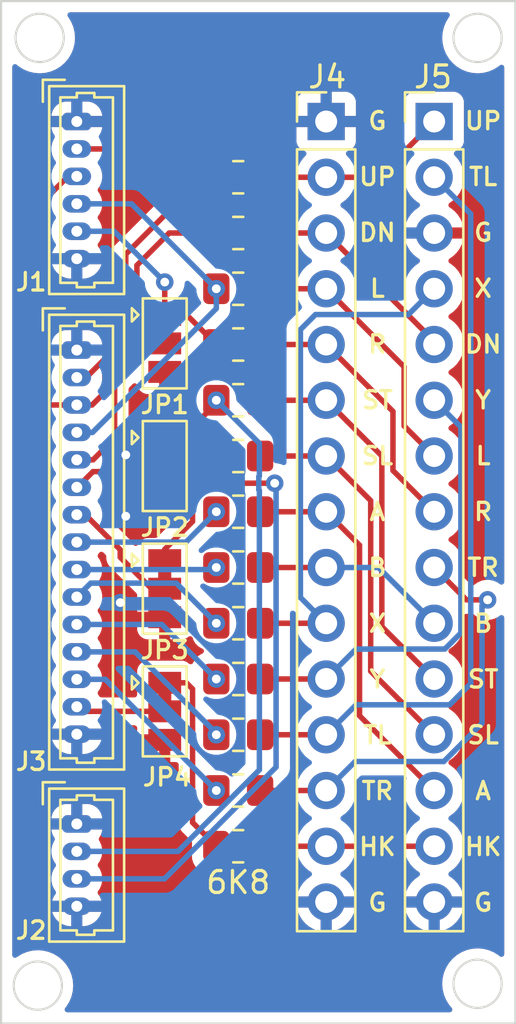
<source format=kicad_pcb>
(kicad_pcb (version 20211014) (generator pcbnew)
  (title_block (title "Raspberry Pie GPIO Input Module") (date "2023-02-07") (rev "1") (company "Amos Home"))
  (layers (0 "F.Cu" signal) (31 "B.Cu" signal) (34 "B.Paste" user) (35 "F.Paste" user) (36 "B.SilkS" user "B.Silkscreen") (37 "F.SilkS" user "F.Silkscreen") (38 "B.Mask" user) (39 "F.Mask" user) (44 "Edge.Cuts" user))
  (net 0 "")
  (net 1 "/GND")
  (net 2 "/UP")
  (net 3 "/DOWN")
  (net 4 "/LEFT")
  (net 5 "/RIGHT")
  (net 6 "/START")
  (net 7 "/SELECT")
  (net 8 "/RIGHT_T")
  (net 9 "/START_T")
  (net 10 "/SELECT_T")
  (net 11 "/A")
  (net 12 "/B")
  (net 13 "/X")
  (net 14 "/Y")
  (net 15 "/TL")
  (net 16 "/TR")
  (net 17 "/HK_T")
  (net 18 "/HK")
  (net 19 "/C_UP")
  (net 20 "/C_DOWN")
  (net 21 "/C_LEFT")
  (net 22 "/C_RIGHT")
  (net 23 "/C_START")
  (net 24 "/C_SELECT")
  (net 25 "/C_A")
  (net 26 "/C_B")
  (net 27 "/C_X")
  (net 28 "/C_Y")
  (net 29 "/C_TL")
  (net 30 "/C_TR")
  (net 31 "/C_HK")
  (footprint "Resistor_SMD:R_0805_2012Metric_Pad1.20x1.40mm_HandSolder" (layer "F.Cu") (at 140.5128 111.0488)
    (fp_text reference "R10" hide)
    (fp_text value "6K8")
    (fp_line (start -0.227064 -0.735) (end 0.227064 -0.735) (layer "F.SilkS") (width 0.12))
    (fp_line (start -0.227064 0.735) (end 0.227064 0.735) (layer "F.SilkS") (width 0.12))
    (pad "1" smd roundrect (at -1 0) (size 1.2 1.4) (layers "F.Cu" "F.Paste" "F.Mask") (roundrect_rratio 0.208333) (net 14 "/Y"))
    (pad "2" smd roundrect (at 1 0) (size 1.2 1.4) (layers "F.Cu" "F.Paste" "F.Mask") (roundrect_rratio 0.208333) (net 28 "/C_Y"))
  )
  (footprint "Resistor_SMD:R_0805_2012Metric_Pad1.20x1.40mm_HandSolder" (layer "F.Cu") (at 140.5128 116.1288)
    (fp_text reference "R12" hide)
    (fp_text value "6K8")
    (fp_line (start -0.227064 -0.735) (end 0.227064 -0.735) (layer "F.SilkS") (width 0.12))
    (fp_line (start -0.227064 0.735) (end 0.227064 0.735) (layer "F.SilkS") (width 0.12))
    (pad "1" smd roundrect (at -1 0) (size 1.2 1.4) (layers "F.Cu" "F.Paste" "F.Mask") (roundrect_rratio 0.208333) (net 16 "/TR"))
    (pad "2" smd roundrect (at 1 0) (size 1.2 1.4) (layers "F.Cu" "F.Paste" "F.Mask") (roundrect_rratio 0.208333) (net 30 "/C_TR"))
  )
  (footprint "Jumper:SolderJumper-3_P1.3mm_Bridged12_Pad1.0x1.5mm" (layer "F.Cu") (at 137.16 101.346 -90)
    (fp_text reference "JP2" (at 2.794 0 180) (layer "F.SilkS") (effects (font (size 0.8 0.8))))
    (fp_text value "SolderJumper_3_Bridged12" hide)
    (fp_poly (pts (xy -0.9 -0.3) (xy -0.4 -0.3) (xy -0.4 0.3) (xy -0.9 0.3)) (layer "F.Cu") (width 0) (fill solid))
    (fp_line (start 2.05 1) (end -2.05 1) (layer "F.SilkS") (width 0.12))
    (fp_line (start -1.3 1.2) (end -1 1.5) (layer "F.SilkS") (width 0.12))
    (fp_line (start -1.6 1.5) (end -1 1.5) (layer "F.SilkS") (width 0.12))
    (fp_line (start -2.05 1) (end -2.05 -1) (layer "F.SilkS") (width 0.12))
    (fp_line (start 2.05 -1) (end 2.05 1) (layer "F.SilkS") (width 0.12))
    (fp_line (start -2.05 -1) (end 2.05 -1) (layer "F.SilkS") (width 0.12))
    (fp_line (start -1.3 1.2) (end -1.6 1.5) (layer "F.SilkS") (width 0.12))
    (pad "1" smd rect (at -1.3 0 270) (size 1 1.5) (layers "F.Cu" "F.Mask") (net 6 "/START"))
    (pad "2" smd rect (at 0 0 270) (size 1 1.5) (layers "F.Cu" "F.Mask") (net 9 "/START_T"))
    (pad "3" smd rect (at 1.3 0 270) (size 1 1.5) (layers "F.Cu" "F.Mask") (net 1 "/GND"))
  )
  (footprint "Connector_PinHeader_2.54mm:PinHeader_1x15_P2.54mm_Vertical" (layer "F.Cu") (at 149.4536 85.6488)
    (fp_text reference "J5" (at -0.0508 -2.032) (layer "F.SilkS"))
    (fp_text value "Conn_01x15_Male" hide)
    (fp_line (start -1.33 1.27) (end -1.33 36.89) (layer "F.SilkS") (width 0.12))
    (fp_line (start -1.33 36.89) (end 1.33 36.89) (layer "F.SilkS") (width 0.12))
    (fp_line (start -1.33 -1.33) (end 0 -1.33) (layer "F.SilkS") (width 0.12))
    (fp_line (start 1.33 1.27) (end 1.33 36.89) (layer "F.SilkS") (width 0.12))
    (fp_line (start -1.33 0) (end -1.33 -1.33) (layer "F.SilkS") (width 0.12))
    (fp_line (start -1.33 1.27) (end 1.33 1.27) (layer "F.SilkS") (width 0.12))
    (pad "1" thru_hole rect (at 0 0) (size 1.7 1.7) (drill 1) (layers *.Cu *.Mask) (net 19 "/C_UP"))
    (pad "2" thru_hole oval (at 0 2.54) (size 1.7 1.7) (drill 1) (layers *.Cu *.Mask) (net 29 "/C_TL"))
    (pad "3" thru_hole oval (at 0 5.08) (size 1.7 1.7) (drill 1) (layers *.Cu *.Mask) (net 1 "/GND"))
    (pad "4" thru_hole oval (at 0 7.62) (size 1.7 1.7) (drill 1) (layers *.Cu *.Mask) (net 27 "/C_X"))
    (pad "5" thru_hole oval (at 0 10.16) (size 1.7 1.7) (drill 1) (layers *.Cu *.Mask) (net 20 "/C_DOWN"))
    (pad "6" thru_hole oval (at 0 12.7) (size 1.7 1.7) (drill 1) (layers *.Cu *.Mask) (net 28 "/C_Y"))
    (pad "7" thru_hole oval (at 0 15.24) (size 1.7 1.7) (drill 1) (layers *.Cu *.Mask) (net 21 "/C_LEFT"))
    (pad "8" thru_hole oval (at 0 17.78) (size 1.7 1.7) (drill 1) (layers *.Cu *.Mask) (net 22 "/C_RIGHT"))
    (pad "9" thru_hole oval (at 0 20.32) (size 1.7 1.7) (drill 1) (layers *.Cu *.Mask) (net 30 "/C_TR"))
    (pad "10" thru_hole oval (at 0 22.86) (size 1.7 1.7) (drill 1) (layers *.Cu *.Mask) (net 26 "/C_B"))
    (pad "11" thru_hole oval (at 0 25.4) (size 1.7 1.7) (drill 1) (layers *.Cu *.Mask) (net 23 "/C_START"))
    (pad "12" thru_hole oval (at 0 27.94) (size 1.7 1.7) (drill 1) (layers *.Cu *.Mask) (net 24 "/C_SELECT"))
    (pad "13" thru_hole oval (at 0 30.48) (size 1.7 1.7) (drill 1) (layers *.Cu *.Mask) (net 25 "/C_A"))
    (pad "14" thru_hole oval (at 0 33.02) (size 1.7 1.7) (drill 1) (layers *.Cu *.Mask) (net 31 "/C_HK"))
    (pad "15" thru_hole oval (at 0 35.56) (size 1.7 1.7) (drill 1) (layers *.Cu *.Mask) (net 1 "/GND"))
  )
  (footprint "Resistor_SMD:R_0805_2012Metric_Pad1.20x1.40mm_HandSolder" (layer "F.Cu") (at 140.5128 118.6688)
    (fp_text reference "R13" hide)
    (fp_text value "6K8" (at 0 1.65) (layer "F.SilkS"))
    (fp_line (start -0.227064 0.735) (end 0.227064 0.735) (layer "F.SilkS") (width 0.12))
    (fp_line (start -0.227064 -0.735) (end 0.227064 -0.735) (layer "F.SilkS") (width 0.12))
    (pad "1" smd roundrect (at -1 0) (size 1.2 1.4) (layers "F.Cu" "F.Paste" "F.Mask") (roundrect_rratio 0.208333) (net 18 "/HK"))
    (pad "2" smd roundrect (at 1 0) (size 1.2 1.4) (layers "F.Cu" "F.Paste" "F.Mask") (roundrect_rratio 0.208333) (net 31 "/C_HK"))
  )
  (footprint "Resistor_SMD:R_0805_2012Metric_Pad1.20x1.40mm_HandSolder" (layer "F.Cu") (at 140.5128 113.5888)
    (fp_text reference "R11" hide)
    (fp_text value "6K8")
    (fp_line (start -0.227064 0.735) (end 0.227064 0.735) (layer "F.SilkS") (width 0.12))
    (fp_line (start -0.227064 -0.735) (end 0.227064 -0.735) (layer "F.SilkS") (width 0.12))
    (pad "1" smd roundrect (at -1 0) (size 1.2 1.4) (layers "F.Cu" "F.Paste" "F.Mask") (roundrect_rratio 0.208333) (net 15 "/TL"))
    (pad "2" smd roundrect (at 1 0) (size 1.2 1.4) (layers "F.Cu" "F.Paste" "F.Mask") (roundrect_rratio 0.208333) (net 29 "/C_TL"))
  )
  (footprint "Resistor_SMD:R_0805_2012Metric_Pad1.20x1.40mm_HandSolder" (layer "F.Cu") (at 140.5128 95.8088)
    (fp_text reference "R4" hide)
    (fp_text value "6K8")
    (fp_line (start -0.227064 -0.735) (end 0.227064 -0.735) (layer "F.SilkS") (width 0.12))
    (fp_line (start -0.227064 0.735) (end 0.227064 0.735) (layer "F.SilkS") (width 0.12))
    (pad "1" smd roundrect (at -1 0) (size 1.2 1.4) (layers "F.Cu" "F.Paste" "F.Mask") (roundrect_rratio 0.208333) (net 5 "/RIGHT"))
    (pad "2" smd roundrect (at 1 0) (size 1.2 1.4) (layers "F.Cu" "F.Paste" "F.Mask") (roundrect_rratio 0.208333) (net 22 "/C_RIGHT"))
  )
  (footprint "Resistor_SMD:R_0805_2012Metric_Pad1.20x1.40mm_HandSolder" (layer "F.Cu") (at 140.5128 108.5088)
    (fp_text reference "R9" hide)
    (fp_text value "6K8")
    (fp_line (start -0.227064 -0.735) (end 0.227064 -0.735) (layer "F.SilkS") (width 0.12))
    (fp_line (start -0.227064 0.735) (end 0.227064 0.735) (layer "F.SilkS") (width 0.12))
    (pad "1" smd roundrect (at -1 0) (size 1.2 1.4) (layers "F.Cu" "F.Paste" "F.Mask") (roundrect_rratio 0.208333) (net 13 "/X"))
    (pad "2" smd roundrect (at 1 0) (size 1.2 1.4) (layers "F.Cu" "F.Paste" "F.Mask") (roundrect_rratio 0.208333) (net 27 "/C_X"))
  )
  (footprint "Resistor_SMD:R_0805_2012Metric_Pad1.20x1.40mm_HandSolder" (layer "F.Cu") (at 140.5128 98.3488)
    (fp_text reference "R5" hide)
    (fp_text value "6K8")
    (fp_line (start -0.227064 -0.735) (end 0.227064 -0.735) (layer "F.SilkS") (width 0.12))
    (fp_line (start -0.227064 0.735) (end 0.227064 0.735) (layer "F.SilkS") (width 0.12))
    (pad "1" smd roundrect (at -1 0) (size 1.2 1.4) (layers "F.Cu" "F.Paste" "F.Mask") (roundrect_rratio 0.208333) (net 6 "/START"))
    (pad "2" smd roundrect (at 1 0) (size 1.2 1.4) (layers "F.Cu" "F.Paste" "F.Mask") (roundrect_rratio 0.208333) (net 23 "/C_START"))
  )
  (footprint "Jumper:SolderJumper-3_P1.3mm_Bridged12_Pad1.0x1.5mm" (layer "F.Cu") (at 137.16 112.522 -90)
    (fp_text reference "JP4" (at 2.9972 -0.1016) (layer "F.SilkS") (effects (font (size 0.8 0.8))))
    (fp_text value "SolderJumper_3_Bridged12" hide)
    (fp_poly (pts (xy -0.9 -0.3) (xy -0.4 -0.3) (xy -0.4 0.3) (xy -0.9 0.3)) (layer "F.Cu") (width 0) (fill solid))
    (fp_line (start 2.05 -1) (end 2.05 1) (layer "F.SilkS") (width 0.12))
    (fp_line (start -1.6 1.5) (end -1 1.5) (layer "F.SilkS") (width 0.12))
    (fp_line (start -1.3 1.2) (end -1 1.5) (layer "F.SilkS") (width 0.12))
    (fp_line (start -1.3 1.2) (end -1.6 1.5) (layer "F.SilkS") (width 0.12))
    (fp_line (start 2.05 1) (end -2.05 1) (layer "F.SilkS") (width 0.12))
    (fp_line (start -2.05 1) (end -2.05 -1) (layer "F.SilkS") (width 0.12))
    (fp_line (start -2.05 -1) (end 2.05 -1) (layer "F.SilkS") (width 0.12))
    (pad "1" smd rect (at -1.3 0 270) (size 1 1.5) (layers "F.Cu" "F.Mask") (net 18 "/HK"))
    (pad "2" smd rect (at 0 0 270) (size 1 1.5) (layers "F.Cu" "F.Mask") (net 17 "/HK_T"))
    (pad "3" smd rect (at 1.3 0 270) (size 1 1.5) (layers "F.Cu" "F.Mask") (net 1 "/GND"))
  )
  (footprint "Resistor_SMD:R_0805_2012Metric_Pad1.20x1.40mm_HandSolder" (layer "F.Cu") (at 140.5128 90.7288)
    (fp_text reference "R2" hide)
    (fp_text value "6K8")
    (fp_line (start -0.227064 -0.735) (end 0.227064 -0.735) (layer "F.SilkS") (width 0.12))
    (fp_line (start -0.227064 0.735) (end 0.227064 0.735) (layer "F.SilkS") (width 0.12))
    (pad "1" smd roundrect (at -1 0) (size 1.2 1.4) (layers "F.Cu" "F.Paste" "F.Mask") (roundrect_rratio 0.208333) (net 3 "/DOWN"))
    (pad "2" smd roundrect (at 1 0) (size 1.2 1.4) (layers "F.Cu" "F.Paste" "F.Mask") (roundrect_rratio 0.208333) (net 20 "/C_DOWN"))
  )
  (footprint "Connector_Molex:Molex_PicoBlade_53047-0610_1x06_P1.25mm_Vertical" (layer "F.Cu") (at 133.1468 85.6488 -90)
    (fp_text reference "J1" (at 7.3152 2.0828 180) (layer "F.SilkS") (effects (font (size 0.8 0.8))))
    (fp_text value "Conn_01x06" hide)
    (fp_line (start 7.35 -0.8) (end 7.35 -1.65) (layer "F.SilkS") (width 0.12))
    (fp_line (start -1.1 -1.65) (end 3.125 -1.65) (layer "F.SilkS") (width 0.12))
    (fp_line (start -1.9 1.55) (end -0.9 1.55) (layer "F.SilkS") (width 0.12))
    (fp_line (start 7.86 -2.16) (end -1.61 -2.16) (layer "F.SilkS") (width 0.12))
    (fp_line (start -1.1 -0.8) (end -1.1 -1.65) (layer "F.SilkS") (width 0.12))
    (fp_line (start -1.9 1.55) (end -1.9 0.55) (layer "F.SilkS") (width 0.12))
    (fp_line (start 3.125 0.75) (end 7.35 0.75) (layer "F.SilkS") (width 0.12))
    (fp_line (start -1.1 0.75) (end -1.1 0) (layer "F.SilkS") (width 0.12))
    (fp_line (start 7.86 1.26) (end 7.86 -2.16) (layer "F.SilkS") (width 0.12))
    (fp_line (start 7.35 -1.65) (end 3.125 -1.65) (layer "F.SilkS") (width 0.12))
    (fp_line (start 3.125 0.75) (end -1.1 0.75) (layer "F.SilkS") (width 0.12))
    (fp_line (start -1.3 -0.8) (end -1.1 -0.8) (layer "F.SilkS") (width 0.12))
    (fp_line (start -1.1 0) (end -1.3 0) (layer "F.SilkS") (width 0.12))
    (fp_line (start 7.55 0) (end 7.55 -0.8) (layer "F.SilkS") (width 0.12))
    (fp_line (start -1.61 -2.16) (end -1.61 1.26) (layer "F.SilkS") (width 0.12))
    (fp_line (start 7.35 0.75) (end 7.35 0) (layer "F.SilkS") (width 0.12))
    (fp_line (start 7.35 0) (end 7.55 0) (layer "F.SilkS") (width 0.12))
    (fp_line (start -1.61 1.26) (end 7.86 1.26) (layer "F.SilkS") (width 0.12))
    (fp_line (start 7.55 -0.8) (end 7.35 -0.8) (layer "F.SilkS") (width 0.12))
    (fp_line (start -1.3 0) (end -1.3 -0.8) (layer "F.SilkS") (width 0.12))
    (pad "1" thru_hole roundrect (at 0 0 270) (size 0.8 1.3) (drill 0.5) (layers *.Cu *.Mask) (net 1 "/GND"))
    (pad "2" thru_hole oval (at 1.25 0 270) (size 0.8 1.3) (drill 0.5) (layers *.Cu *.Mask) (net 2 "/UP"))
    (pad "3" thru_hole oval (at 2.5 0 270) (size 0.8 1.3) (drill 0.5) (layers *.Cu *.Mask) (net 3 "/DOWN"))
    (pad "4" thru_hole oval (at 3.75 0 270) (size 0.8 1.3) (drill 0.5) (layers *.Cu *.Mask) (net 4 "/LEFT"))
    (pad "5" thru_hole oval (at 5 0 270) (size 0.8 1.3) (drill 0.5) (layers *.Cu *.Mask) (net 5 "/RIGHT"))
    (pad "6" thru_hole oval (at 6.25 0 270) (size 0.8 1.3) (drill 0.5) (layers *.Cu *.Mask) (net 1 "/GND"))
  )
  (footprint "Resistor_SMD:R_0805_2012Metric_Pad1.20x1.40mm_HandSolder" (layer "F.Cu") (at 140.5128 105.9688)
    (fp_text reference "R8" hide)
    (fp_text value "6K8")
    (fp_line (start -0.227064 -0.735) (end 0.227064 -0.735) (layer "F.SilkS") (width 0.12))
    (fp_line (start -0.227064 0.735) (end 0.227064 0.735) (layer "F.SilkS") (width 0.12))
    (pad "1" smd roundrect (at -1 0) (size 1.2 1.4) (layers "F.Cu" "F.Paste" "F.Mask") (roundrect_rratio 0.208333) (net 12 "/B"))
    (pad "2" smd roundrect (at 1 0) (size 1.2 1.4) (layers "F.Cu" "F.Paste" "F.Mask") (roundrect_rratio 0.208333) (net 26 "/C_B"))
  )
  (footprint "Resistor_SMD:R_0805_2012Metric_Pad1.20x1.40mm_HandSolder" (layer "F.Cu") (at 140.5128 93.2688)
    (fp_text reference "R3" hide)
    (fp_text value "6K8")
    (fp_line (start -0.227064 0.735) (end 0.227064 0.735) (layer "F.SilkS") (width 0.12))
    (fp_line (start -0.227064 -0.735) (end 0.227064 -0.735) (layer "F.SilkS") (width 0.12))
    (pad "1" smd roundrect (at -1 0) (size 1.2 1.4) (layers "F.Cu" "F.Paste" "F.Mask") (roundrect_rratio 0.208333) (net 4 "/LEFT"))
    (pad "2" smd roundrect (at 1 0) (size 1.2 1.4) (layers "F.Cu" "F.Paste" "F.Mask") (roundrect_rratio 0.208333) (net 21 "/C_LEFT"))
  )
  (footprint "Connector_Molex:Molex_PicoBlade_53047-1510_1x15_P1.25mm_Vertical" (layer "F.Cu") (at 133.1468 96.0628 -90)
    (fp_text reference "J3" (at 18.7452 2.0828 180) (layer "F.SilkS") (effects (font (size 0.8 0.8))))
    (fp_text value "Conn_01x15" hide)
    (fp_line (start 19.11 1.26) (end 19.11 -2.16) (layer "F.SilkS") (width 0.12))
    (fp_line (start -1.3 0) (end -1.3 -0.8) (layer "F.SilkS") (width 0.12))
    (fp_line (start 18.6 -1.65) (end 8.75 -1.65) (layer "F.SilkS") (width 0.12))
    (fp_line (start 8.75 0.75) (end 18.6 0.75) (layer "F.SilkS") (width 0.12))
    (fp_line (start 18.8 0) (end 18.8 -0.8) (layer "F.SilkS") (width 0.12))
    (fp_line (start 8.75 0.75) (end -1.1 0.75) (layer "F.SilkS") (width 0.12))
    (fp_line (start 18.6 0) (end 18.8 0) (layer "F.SilkS") (width 0.12))
    (fp_line (start -1.9 1.55) (end -0.9 1.55) (layer "F.SilkS") (width 0.12))
    (fp_line (start -1.9 1.55) (end -1.9 0.55) (layer "F.SilkS") (width 0.12))
    (fp_line (start -1.3 -0.8) (end -1.1 -0.8) (layer "F.SilkS") (width 0.12))
    (fp_line (start -1.1 0.75) (end -1.1 0) (layer "F.SilkS") (width 0.12))
    (fp_line (start 18.6 0.75) (end 18.6 0) (layer "F.SilkS") (width 0.12))
    (fp_line (start -1.1 -1.65) (end 8.75 -1.65) (layer "F.SilkS") (width 0.12))
    (fp_line (start 18.6 -0.8) (end 18.6 -1.65) (layer "F.SilkS") (width 0.12))
    (fp_line (start 18.8 -0.8) (end 18.6 -0.8) (layer "F.SilkS") (width 0.12))
    (fp_line (start -1.1 0) (end -1.3 0) (layer "F.SilkS") (width 0.12))
    (fp_line (start -1.61 -2.16) (end -1.61 1.26) (layer "F.SilkS") (width 0.12))
    (fp_line (start -1.1 -0.8) (end -1.1 -1.65) (layer "F.SilkS") (width 0.12))
    (fp_line (start -1.61 1.26) (end 19.11 1.26) (layer "F.SilkS") (width 0.12))
    (fp_line (start 19.11 -2.16) (end -1.61 -2.16) (layer "F.SilkS") (width 0.12))
    (pad "1" thru_hole roundrect (at 0 0 270) (size 0.8 1.3) (drill 0.5) (layers *.Cu *.Mask) (net 1 "/GND"))
    (pad "2" thru_hole oval (at 1.25 0 270) (size 0.8 1.3) (drill 0.5) (layers *.Cu *.Mask) (net 2 "/UP"))
    (pad "3" thru_hole oval (at 2.5 0 270) (size 0.8 1.3) (drill 0.5) (layers *.Cu *.Mask) (net 3 "/DOWN"))
    (pad "4" thru_hole oval (at 3.75 0 270) (size 0.8 1.3) (drill 0.5) (layers *.Cu *.Mask) (net 4 "/LEFT"))
    (pad "5" thru_hole oval (at 5 0 270) (size 0.8 1.3) (drill 0.5) (layers *.Cu *.Mask) (net 8 "/RIGHT_T"))
    (pad "6" thru_hole oval (at 6.25 0 270) (size 0.8 1.3) (drill 0.5) (layers *.Cu *.Mask) (net 9 "/START_T"))
    (pad "7" thru_hole oval (at 7.5 0 270) (size 0.8 1.3) (drill 0.5) (layers *.Cu *.Mask) (net 10 "/SELECT_T"))
    (pad "8" thru_hole oval (at 8.75 0 270) (size 0.8 1.3) (drill 0.5) (layers *.Cu *.Mask) (net 11 "/A"))
    (pad "9" thru_hole oval (at 10 0 270) (size 0.8 1.3) (drill 0.5) (layers *.Cu *.Mask) (net 12 "/B"))
    (pad "10" thru_hole oval (at 11.25 0 270) (size 0.8 1.3) (drill 0.5) (layers *.Cu *.Mask) (net 13 "/X"))
    (pad "11" thru_hole oval (at 12.5 0 270) (size 0.8 1.3) (drill 0.5) (layers *.Cu *.Mask) (net 14 "/Y"))
    (pad "12" thru_hole oval (at 13.75 0 270) (size 0.8 1.3) (drill 0.5) (layers *.Cu *.Mask) (net 15 "/TL"))
    (pad "13" thru_hole oval (at 15 0 270) (size 0.8 1.3) (drill 0.5) (layers *.Cu *.Mask) (net 16 "/TR"))
    (pad "14" thru_hole oval (at 16.25 0 270) (size 0.8 1.3) (drill 0.5) (layers *.Cu *.Mask) (net 17 "/HK_T"))
    (pad "15" thru_hole oval (at 17.5 0 270) (size 0.8 1.3) (drill 0.5) (layers *.Cu *.Mask) (net 1 "/GND"))
  )
  (footprint "Jumper:SolderJumper-3_P1.3mm_Bridged12_Pad1.0x1.5mm" (layer "F.Cu") (at 137.16 95.758 -90)
    (fp_text reference "JP1" (at 2.794 0 180) (layer "F.SilkS") (effects (font (size 0.8 0.8))))
    (fp_text value "SolderJumper_3_Bridged12" hide)
    (fp_poly (pts (xy -0.9 -0.3) (xy -0.4 -0.3) (xy -0.4 0.3) (xy -0.9 0.3)) (layer "F.Cu") (width 0) (fill solid))
    (fp_line (start -2.05 1) (end -2.05 -1) (layer "F.SilkS") (width 0.12))
    (fp_line (start -1.3 1.2) (end -1 1.5) (layer "F.SilkS") (width 0.12))
    (fp_line (start 2.05 -1) (end 2.05 1) (layer "F.SilkS") (width 0.12))
    (fp_line (start -2.05 -1) (end 2.05 -1) (layer "F.SilkS") (width 0.12))
    (fp_line (start -1.6 1.5) (end -1 1.5) (layer "F.SilkS") (width 0.12))
    (fp_line (start -1.3 1.2) (end -1.6 1.5) (layer "F.SilkS") (width 0.12))
    (fp_line (start 2.05 1) (end -2.05 1) (layer "F.SilkS") (width 0.12))
    (pad "1" smd rect (at -1.3 0 270) (size 1 1.5) (layers "F.Cu" "F.Mask") (net 5 "/RIGHT"))
    (pad "2" smd rect (at 0 0 270) (size 1 1.5) (layers "F.Cu" "F.Mask") (net 8 "/RIGHT_T"))
    (pad "3" smd rect (at 1.3 0 270) (size 1 1.5) (layers "F.Cu" "F.Mask") (net 1 "/GND"))
  )
  (footprint "Connector_PinHeader_2.54mm:PinHeader_1x15_P2.54mm_Vertical" (layer "F.Cu") (at 144.526 85.6488)
    (fp_text reference "J4" (at 0.0508 -2.032) (layer "F.SilkS"))
    (fp_text value "Conn_01x15_Male" hide)
    (fp_line (start -1.33 -1.33) (end 0 -1.33) (layer "F.SilkS") (width 0.12))
    (fp_line (start -1.33 0) (end -1.33 -1.33) (layer "F.SilkS") (width 0.12))
    (fp_line (start -1.33 36.89) (end 1.33 36.89) (layer "F.SilkS") (width 0.12))
    (fp_line (start -1.33 1.27) (end -1.33 36.89) (layer "F.SilkS") (width 0.12))
    (fp_line (start -1.33 1.27) (end 1.33 1.27) (layer "F.SilkS") (width 0.12))
    (fp_line (start 1.33 1.27) (end 1.33 36.89) (layer "F.SilkS") (width 0.12))
    (pad "1" thru_hole rect (at 0 0) (size 1.7 1.7) (drill 1) (layers *.Cu *.Mask) (net 1 "/GND"))
    (pad "2" thru_hole oval (at 0 2.54) (size 1.7 1.7) (drill 1) (layers *.Cu *.Mask) (net 19 "/C_UP"))
    (pad "3" thru_hole oval (at 0 5.08) (size 1.7 1.7) (drill 1) (layers *.Cu *.Mask) (net 20 "/C_DOWN"))
    (pad "4" thru_hole oval (at 0 7.62) (size 1.7 1.7) (drill 1) (layers *.Cu *.Mask) (net 21 "/C_LEFT"))
    (pad "5" thru_hole oval (at 0 10.16) (size 1.7 1.7) (drill 1) (layers *.Cu *.Mask) (net 22 "/C_RIGHT"))
    (pad "6" thru_hole oval (at 0 12.7) (size 1.7 1.7) (drill 1) (layers *.Cu *.Mask) (net 23 "/C_START"))
    (pad "7" thru_hole oval (at 0 15.24) (size 1.7 1.7) (drill 1) (layers *.Cu *.Mask) (net 24 "/C_SELECT"))
    (pad "8" thru_hole oval (at 0 17.78) (size 1.7 1.7) (drill 1) (layers *.Cu *.Mask) (net 25 "/C_A"))
    (pad "9" thru_hole oval (at 0 20.32) (size 1.7 1.7) (drill 1) (layers *.Cu *.Mask) (net 26 "/C_B"))
    (pad "10" thru_hole oval (at 0 22.86) (size 1.7 1.7) (drill 1) (layers *.Cu *.Mask) (net 27 "/C_X"))
    (pad "11" thru_hole oval (at 0 25.4) (size 1.7 1.7) (drill 1) (layers *.Cu *.Mask) (net 28 "/C_Y"))
    (pad "12" thru_hole oval (at 0 27.94) (size 1.7 1.7) (drill 1) (layers *.Cu *.Mask) (net 29 "/C_TL"))
    (pad "13" thru_hole oval (at 0 30.48) (size 1.7 1.7) (drill 1) (layers *.Cu *.Mask) (net 30 "/C_TR"))
    (pad "14" thru_hole oval (at 0 33.02) (size 1.7 1.7) (drill 1) (layers *.Cu *.Mask) (net 31 "/C_HK"))
    (pad "15" thru_hole oval (at 0 35.56) (size 1.7 1.7) (drill 1) (layers *.Cu *.Mask) (net 1 "/GND"))
  )
  (footprint "Jumper:SolderJumper-3_P1.3mm_Bridged12_Pad1.0x1.5mm" (layer "F.Cu") (at 137.16 106.934 -90)
    (fp_text reference "JP3" (at 2.794 0 180) (layer "F.SilkS") (effects (font (size 0.8 0.8))))
    (fp_text value "SolderJumper_3_Bridged12" hide)
    (fp_poly (pts (xy -0.9 -0.3) (xy -0.4 -0.3) (xy -0.4 0.3) (xy -0.9 0.3)) (layer "F.Cu") (width 0) (fill solid))
    (fp_line (start -2.05 1) (end -2.05 -1) (layer "F.SilkS") (width 0.12))
    (fp_line (start 2.05 1) (end -2.05 1) (layer "F.SilkS") (width 0.12))
    (fp_line (start -1.3 1.2) (end -1.6 1.5) (layer "F.SilkS") (width 0.12))
    (fp_line (start -1.3 1.2) (end -1 1.5) (layer "F.SilkS") (width 0.12))
    (fp_line (start -2.05 -1) (end 2.05 -1) (layer "F.SilkS") (width 0.12))
    (fp_line (start 2.05 -1) (end 2.05 1) (layer "F.SilkS") (width 0.12))
    (fp_line (start -1.6 1.5) (end -1 1.5) (layer "F.SilkS") (width 0.12))
    (pad "1" smd rect (at -1.3 0 270) (size 1 1.5) (layers "F.Cu" "F.Mask") (net 7 "/SELECT"))
    (pad "2" smd rect (at 0 0 270) (size 1 1.5) (layers "F.Cu" "F.Mask") (net 10 "/SELECT_T"))
    (pad "3" smd rect (at 1.3 0 270) (size 1 1.5) (layers "F.Cu" "F.Mask") (net 1 "/GND"))
  )
  (footprint "Connector_Molex:Molex_PicoBlade_53047-0410_1x04_P1.25mm_Vertical" (layer "F.Cu") (at 133.1468 117.6528 -90)
    (fp_text reference "J2" (at 4.85 2.0828 180) (layer "F.SilkS") (effects (font (size 0.8 0.8))))
    (fp_text value "Conn_01x04" hide)
    (fp_line (start 5.36 -2.16) (end -1.61 -2.16) (layer "F.SilkS") (width 0.12))
    (fp_line (start -1.1 -1.65) (end 1.875 -1.65) (layer "F.SilkS") (width 0.12))
    (fp_line (start 4.85 -0.8) (end 4.85 -1.65) (layer "F.SilkS") (width 0.12))
    (fp_line (start -1.9 1.55) (end -0.9 1.55) (layer "F.SilkS") (width 0.12))
    (fp_line (start -1.61 1.26) (end 5.36 1.26) (layer "F.SilkS") (width 0.12))
    (fp_line (start -1.3 0) (end -1.3 -0.8) (layer "F.SilkS") (width 0.12))
    (fp_line (start -1.1 0) (end -1.3 0) (layer "F.SilkS") (width 0.12))
    (fp_line (start 4.85 0.75) (end 4.85 0) (layer "F.SilkS") (width 0.12))
    (fp_line (start 5.05 0) (end 5.05 -0.8) (layer "F.SilkS") (width 0.12))
    (fp_line (start -1.1 0.75) (end -1.1 0) (layer "F.SilkS") (width 0.12))
    (fp_line (start -1.61 -2.16) (end -1.61 1.26) (layer "F.SilkS") (width 0.12))
    (fp_line (start 1.875 0.75) (end 4.85 0.75) (layer "F.SilkS") (width 0.12))
    (fp_line (start 4.85 0) (end 5.05 0) (layer "F.SilkS") (width 0.12))
    (fp_line (start 1.875 0.75) (end -1.1 0.75) (layer "F.SilkS") (width 0.12))
    (fp_line (start 5.05 -0.8) (end 4.85 -0.8) (layer "F.SilkS") (width 0.12))
    (fp_line (start -1.3 -0.8) (end -1.1 -0.8) (layer "F.SilkS") (width 0.12))
    (fp_line (start 5.36 1.26) (end 5.36 -2.16) (layer "F.SilkS") (width 0.12))
    (fp_line (start -1.1 -0.8) (end -1.1 -1.65) (layer "F.SilkS") (width 0.12))
    (fp_line (start -1.9 1.55) (end -1.9 0.55) (layer "F.SilkS") (width 0.12))
    (fp_line (start 4.85 -1.65) (end 1.875 -1.65) (layer "F.SilkS") (width 0.12))
    (pad "1" thru_hole roundrect (at 0 0 270) (size 0.8 1.3) (drill 0.5) (layers *.Cu *.Mask) (net 1 "/GND"))
    (pad "2" thru_hole oval (at 1.25 0 270) (size 0.8 1.3) (drill 0.5) (layers *.Cu *.Mask) (net 6 "/START"))
    (pad "3" thru_hole oval (at 2.5 0 270) (size 0.8 1.3) (drill 0.5) (layers *.Cu *.Mask) (net 7 "/SELECT"))
    (pad "4" thru_hole oval (at 3.75 0 270) (size 0.8 1.3) (drill 0.5) (layers *.Cu *.Mask) (net 1 "/GND"))
  )
  (footprint "Resistor_SMD:R_0805_2012Metric_Pad1.20x1.40mm_HandSolder" (layer "F.Cu") (at 140.5128 103.4288)
    (fp_text reference "R7" hide)
    (fp_text value "6K8")
    (fp_line (start -0.227064 -0.735) (end 0.227064 -0.735) (layer "F.SilkS") (width 0.12))
    (fp_line (start -0.227064 0.735) (end 0.227064 0.735) (layer "F.SilkS") (width 0.12))
    (pad "1" smd roundrect (at -1 0) (size 1.2 1.4) (layers "F.Cu" "F.Paste" "F.Mask") (roundrect_rratio 0.208333) (net 11 "/A"))
    (pad "2" smd roundrect (at 1 0) (size 1.2 1.4) (layers "F.Cu" "F.Paste" "F.Mask") (roundrect_rratio 0.208333) (net 25 "/C_A"))
  )
  (footprint "Resistor_SMD:R_0805_2012Metric_Pad1.20x1.40mm_HandSolder" (layer "F.Cu") (at 140.5128 100.8888)
    (fp_text reference "R6" hide)
    (fp_text value "6K8")
    (fp_line (start -0.227064 -0.735) (end 0.227064 -0.735) (layer "F.SilkS") (width 0.12))
    (fp_line (start -0.227064 0.735) (end 0.227064 0.735) (layer "F.SilkS") (width 0.12))
    (pad "1" smd roundrect (at -1 0) (size 1.2 1.4) (layers "F.Cu" "F.Paste" "F.Mask") (roundrect_rratio 0.208333) (net 7 "/SELECT"))
    (pad "2" smd roundrect (at 1 0) (size 1.2 1.4) (layers "F.Cu" "F.Paste" "F.Mask") (roundrect_rratio 0.208333) (net 24 "/C_SELECT"))
  )
  (footprint "Resistor_SMD:R_0805_2012Metric_Pad1.20x1.40mm_HandSolder" (layer "F.Cu") (at 140.5128 88.1888)
    (fp_text reference "R1" hide)
    (fp_text value "6K8")
    (fp_line (start -0.227064 0.735) (end 0.227064 0.735) (layer "F.SilkS") (width 0.12))
    (fp_line (start -0.227064 -0.735) (end 0.227064 -0.735) (layer "F.SilkS") (width 0.12))
    (pad "1" smd roundrect (at -1 0) (size 1.2 1.4) (layers "F.Cu" "F.Paste" "F.Mask") (roundrect_rratio 0.208333) (net 2 "/UP"))
    (pad "2" smd roundrect (at 1 0) (size 1.2 1.4) (layers "F.Cu" "F.Paste" "F.Mask") (roundrect_rratio 0.208333) (net 19 "/C_UP"))
  )
  (gr_circle (center 131.3688 125.0188) (end 132.4688 125.0188) (layer "Edge.Cuts") (width 0.1) (fill none))
  (gr_circle (center 131.4528 81.8388) (end 132.5528 81.8388) (layer "Edge.Cuts") (width 0.1) (fill none))
  (gr_circle (center 151.4348 124.9348) (end 152.5348 124.9348) (layer "Edge.Cuts") (width 0.1) (fill none))
  (gr_rect (start 129.6924 80.1624) (end 153.162 126.746) (layer "Edge.Cuts") (width 0.1) (fill none))
  (gr_circle (center 151.4348 81.8388) (end 152.5348 81.8388) (layer "Edge.Cuts") (width 0.1) (fill none))
  (gr_text "UP\n\nTL\n\nG\n\nX\n\nDN\n\nY\n\nL\n\nR\n\nTR\n\nB\n\nST\n\nSL\n\nA\n\nHK\n\nG" (at 151.6888 103.4288) (layer "F.SilkS") (effects (font (size 0.79 0.8))))
  (gr_text "G\n\nUP\n\nDN\n\nL\n\nR\n\nST\n\nSL\n\nA\n\nB\n\nX\n\nY\n\nTL\n\nTR\n\nHK\n\nG" (at 146.8628 103.4288) (layer "F.SilkS") (effects (font (size 0.79 0.8))))
  (via (at 135.382 100.838) (size 0.8) (drill 0.4) (layers "F.Cu" "B.Cu") (net 1))
  (via (at 135.128 107.569) (size 0.8) (drill 0.4) (layers "F.Cu" "B.Cu") (net 1))
  (via (at 135.382 103.632) (size 0.8) (drill 0.4) (layers "F.Cu" "B.Cu") (net 1))
  (segment (start 135.382 95.504) (end 135.382 91.694) (width 0.25) (layer "F.Cu") (net 2))
  (segment (start 139.5128 88.1888) (end 138.2228 86.8988) (width 0.25) (layer "F.Cu") (net 2))
  (segment (start 133.1468 97.3128) (end 133.5732 97.3128) (width 0.25) (layer "F.Cu") (net 2))
  (segment (start 133.5732 97.3128) (end 135.382 95.504) (width 0.25) (layer "F.Cu") (net 2))
  (segment (start 138.8872 88.1888) (end 139.5128 88.1888) (width 0.25) (layer "F.Cu") (net 2))
  (segment (start 135.382 91.694) (end 138.8872 88.1888) (width 0.25) (layer "F.Cu") (net 2))
  (segment (start 138.2228 86.8988) (end 133.1468 86.8988) (width 0.25) (layer "F.Cu") (net 2))
  (segment (start 132.7468 88.1488) (end 131.3688 89.5268) (width 0.25) (layer "F.Cu") (net 3))
  (segment (start 133.1468 98.5628) (end 133.8472 98.5628) (width 0.25) (layer "F.Cu") (net 3))
  (segment (start 131.3688 89.5268) (end 131.3688 98.0948) (width 0.25) (layer "F.Cu") (net 3))
  (segment (start 133.8472 98.5628) (end 134.424 97.986) (width 0.25) (layer "F.Cu") (net 3))
  (segment (start 135.89 95.758) (end 135.89 92.202) (width 0.25) (layer "F.Cu") (net 3))
  (segment (start 137.3632 90.7288) (end 139.5128 90.7288) (width 0.25) (layer "F.Cu") (net 3))
  (segment (start 135.89 92.202) (end 137.3632 90.7288) (width 0.25) (layer "F.Cu") (net 3))
  (segment (start 131.8368 98.5628) (end 133.1468 98.5628) (width 0.25) (layer "F.Cu") (net 3))
  (segment (start 134.424 97.224) (end 135.89 95.758) (width 0.25) (layer "F.Cu") (net 3))
  (segment (start 131.3688 98.0948) (end 131.8368 98.5628) (width 0.25) (layer "F.Cu") (net 3))
  (segment (start 134.424 97.986) (end 134.424 97.224) (width 0.25) (layer "F.Cu") (net 3))
  (segment (start 133.1468 88.1488) (end 132.7468 88.1488) (width 0.25) (layer "F.Cu") (net 3))
  (via (at 139.5128 93.2688) (size 0.8) (drill 0.4) (layers "F.Cu" "B.Cu") (net 4))
  (segment (start 135.6428 89.3988) (end 133.1468 89.3988) (width 0.25) (layer "B.Cu") (net 4))
  (segment (start 139.5128 94.1672) (end 133.8672 99.8128) (width 0.25) (layer "B.Cu") (net 4))
  (segment (start 139.5128 93.2688) (end 139.5128 94.1672) (width 0.25) (layer "B.Cu") (net 4))
  (segment (start 139.5128 93.2688) (end 135.6428 89.3988) (width 0.25) (layer "B.Cu") (net 4))
  (segment (start 133.8672 99.8128) (end 133.1468 99.8128) (width 0.25) (layer "B.Cu") (net 4))
  (segment (start 137.16 94.458) (end 138.162 94.458) (width 0.25) (layer "F.Cu") (net 5))
  (segment (start 137.16 92.964) (end 137.16 94.458) (width 0.25) (layer "F.Cu") (net 5))
  (segment (start 138.162 94.458) (end 139.5128 95.8088) (width 0.25) (layer "F.Cu") (net 5))
  (via (at 137.16 92.964) (size 0.8) (drill 0.4) (layers "F.Cu" "B.Cu") (net 5))
  (segment (start 134.8448 90.6488) (end 133.1468 90.6488) (width 0.25) (layer "B.Cu") (net 5))
  (segment (start 137.16 92.964) (end 134.8448 90.6488) (width 0.25) (layer "B.Cu") (net 5))
  (segment (start 139.5128 98.4852) (end 139.5128 98.3488) (width 0.25) (layer "F.Cu") (net 6))
  (segment (start 137.16 100.046) (end 137.952 100.046) (width 0.25) (layer "F.Cu") (net 6))
  (segment (start 137.952 100.046) (end 139.5128 98.4852) (width 0.25) (layer "F.Cu") (net 6))
  (via (at 139.5128 98.3488) (size 0.8) (drill 0.4) (layers "F.Cu" "B.Cu") (net 6))
  (segment (start 133.1468 118.9028) (end 137.764105 118.9028) (width 0.25) (layer "B.Cu") (net 6))
  (segment (start 141.4515 101.827953) (end 141.478 101.801453) (width 0.25) (layer "B.Cu") (net 6))
  (segment (start 141.478 100.314) (end 139.5128 98.3488) (width 0.25) (layer "B.Cu") (net 6))
  (segment (start 137.764105 118.9028) (end 141.478 115.188905) (width 0.25) (layer "B.Cu") (net 6))
  (segment (start 141.478 115.188905) (end 141.478 102.455063) (width 0.25) (layer "B.Cu") (net 6))
  (segment (start 141.478 101.801453) (end 141.478 100.314) (width 0.25) (layer "B.Cu") (net 6))
  (segment (start 141.478 102.455063) (end 141.4515 102.428563) (width 0.25) (layer "B.Cu") (net 6))
  (segment (start 141.4515 102.428563) (end 141.4515 101.827953) (width 0.25) (layer "B.Cu") (net 6))
  (segment (start 138.43 103.871) (end 138.43 101.9716) (width 0.25) (layer "F.Cu") (net 7))
  (segment (start 140.752258 102.128258) (end 139.5128 100.8888) (width 0.25) (layer "F.Cu") (net 7))
  (segment (start 137.16 105.634) (end 137.16 105.141) (width 0.25) (layer "F.Cu") (net 7))
  (segment (start 138.43 101.9716) (end 139.5128 100.8888) (width 0.25) (layer "F.Cu") (net 7))
  (segment (start 142.1765 102.128258) (end 140.752258 102.128258) (width 0.25) (layer "F.Cu") (net 7))
  (segment (start 137.16 105.141) (end 138.43 103.871) (width 0.25) (layer "F.Cu") (net 7))
  (via (at 142.1765 102.128258) (size 0.8) (drill 0.4) (layers "F.Cu" "B.Cu") (net 7))
  (segment (start 142.1765 102.128258) (end 142.24 102.191758) (width 0.25) (layer "B.Cu") (net 7))
  (segment (start 137.150501 120.1528) (end 133.1468 120.1528) (width 0.25) (layer "B.Cu") (net 7))
  (segment (start 142.24 115.063301) (end 137.150501 120.1528) (width 0.25) (layer "B.Cu") (net 7))
  (segment (start 142.24 102.191758) (end 142.24 115.063301) (width 0.25) (layer "B.Cu") (net 7))
  (segment (start 134.874 100.076) (end 133.8872 101.0628) (width 0.25) (layer "F.Cu") (net 8))
  (segment (start 134.874 97.536) (end 134.874 100.076) (width 0.25) (layer "F.Cu") (net 8))
  (segment (start 133.8872 101.0628) (end 133.1468 101.0628) (width 0.25) (layer "F.Cu") (net 8))
  (segment (start 137.16 95.758) (end 136.652 95.758) (width 0.25) (layer "F.Cu") (net 8))
  (segment (start 136.652 95.758) (end 134.874 97.536) (width 0.25) (layer "F.Cu") (net 8))
  (segment (start 133.884905 101.6) (end 136.906 101.6) (width 0.25) (layer "F.Cu") (net 9))
  (segment (start 136.906 101.6) (end 137.16 101.346) (width 0.25) (layer "F.Cu") (net 9))
  (segment (start 133.1468 102.3128) (end 133.172105 102.3128) (width 0.25) (layer "F.Cu") (net 9))
  (segment (start 133.172105 102.3128) (end 133.884905 101.6) (width 0.25) (layer "F.Cu") (net 9))
  (segment (start 133.5348 103.5628) (end 135.128 105.156) (width 0.25) (layer "F.Cu") (net 10))
  (segment (start 136.56 106.934) (end 137.16 106.934) (width 0.25) (layer "F.Cu") (net 10))
  (segment (start 135.128 105.156) (end 135.128 105.502) (width 0.25) (layer "F.Cu") (net 10))
  (segment (start 135.128 105.502) (end 136.56 106.934) (width 0.25) (layer "F.Cu") (net 10))
  (segment (start 133.1468 103.5628) (end 133.5348 103.5628) (width 0.25) (layer "F.Cu") (net 10))
  (via (at 139.5128 103.4288) (size 0.8) (drill 0.4) (layers "F.Cu" "B.Cu") (net 11))
  (segment (start 139.5128 103.4288) (end 138.1288 104.8128) (width 0.25) (layer "B.Cu") (net 11))
  (segment (start 138.1288 104.8128) (end 133.1468 104.8128) (width 0.25) (layer "B.Cu") (net 11))
  (via (at 139.5128 105.9688) (size 0.8) (drill 0.4) (layers "F.Cu" "B.Cu") (net 12))
  (segment (start 139.4188 106.0628) (end 133.1468 106.0628) (width 0.25) (layer "B.Cu") (net 12))
  (segment (start 139.5128 105.9688) (end 139.4188 106.0628) (width 0.25) (layer "B.Cu") (net 12))
  (via (at 139.5128 108.5088) (size 0.8) (drill 0.4) (layers "F.Cu" "B.Cu") (net 13))
  (segment (start 137.684 106.68) (end 139.5128 108.5088) (width 0.25) (layer "B.Cu") (net 13))
  (segment (start 133.1468 107.3128) (end 133.7796 106.68) (width 0.25) (layer "B.Cu") (net 13))
  (segment (start 133.7796 106.68) (end 137.684 106.68) (width 0.25) (layer "B.Cu") (net 13))
  (via (at 139.5128 111.0488) (size 0.8) (drill 0.4) (layers "F.Cu" "B.Cu") (net 14))
  (segment (start 137.0268 108.5628) (end 139.5128 111.0488) (width 0.25) (layer "B.Cu") (net 14))
  (segment (start 133.1468 108.5628) (end 137.0268 108.5628) (width 0.25) (layer "B.Cu") (net 14))
  (via (at 139.5128 113.5888) (size 0.8) (drill 0.4) (layers "F.Cu" "B.Cu") (net 15))
  (segment (start 139.5128 113.518602) (end 135.806998 109.8128) (width 0.25) (layer "B.Cu") (net 15))
  (segment (start 139.5128 113.5888) (end 139.5128 113.518602) (width 0.25) (layer "B.Cu") (net 15))
  (segment (start 135.806998 109.8128) (end 133.1468 109.8128) (width 0.25) (layer "B.Cu") (net 15))
  (via (at 139.5128 116.1288) (size 0.8) (drill 0.4) (layers "F.Cu" "B.Cu") (net 16))
  (segment (start 133.1468 111.0628) (end 134.4468 111.0628) (width 0.25) (layer "B.Cu") (net 16))
  (segment (start 134.4468 111.0628) (end 139.5128 116.1288) (width 0.25) (layer "B.Cu") (net 16))
  (segment (start 133.1468 112.3128) (end 133.356 112.522) (width 0.25) (layer "F.Cu") (net 17))
  (segment (start 133.356 112.522) (end 137.16 112.522) (width 0.25) (layer "F.Cu") (net 17))
  (segment (start 137.16 111.222) (end 138.146 111.222) (width 0.25) (layer "F.Cu") (net 18))
  (segment (start 138.43 111.506) (end 138.43 117.586) (width 0.25) (layer "F.Cu") (net 18))
  (segment (start 138.43 117.586) (end 139.5128 118.6688) (width 0.25) (layer "F.Cu") (net 18))
  (segment (start 138.146 111.222) (end 138.43 111.506) (width 0.25) (layer "F.Cu") (net 18))
  (segment (start 144.526 88.1888) (end 146.9136 88.1888) (width 0.25) (layer "F.Cu") (net 19))
  (segment (start 141.5128 88.1888) (end 144.526 88.1888) (width 0.25) (layer "F.Cu") (net 19))
  (segment (start 146.9136 88.1888) (end 149.4536 85.6488) (width 0.25) (layer "F.Cu") (net 19))
  (segment (start 149.4536 95.6564) (end 149.4536 95.8088) (width 0.25) (layer "F.Cu") (net 20))
  (segment (start 141.5128 90.7288) (end 144.526 90.7288) (width 0.25) (layer "F.Cu") (net 20))
  (segment (start 144.526 90.7288) (end 149.4536 95.6564) (width 0.25) (layer "F.Cu") (net 20))
  (segment (start 148.082 96.8248) (end 148.082 99.5172) (width 0.25) (layer "F.Cu") (net 21))
  (segment (start 144.526 93.2688) (end 148.082 96.8248) (width 0.25) (layer "F.Cu") (net 21))
  (segment (start 141.5128 93.2688) (end 144.526 93.2688) (width 0.25) (layer "F.Cu") (net 21))
  (segment (start 148.082 99.5172) (end 149.4536 100.8888) (width 0.25) (layer "F.Cu") (net 21))
  (segment (start 147.574 98.8568) (end 147.574 101.5492) (width 0.25) (layer "F.Cu") (net 22))
  (segment (start 141.5128 95.8088) (end 144.526 95.8088) (width 0.25) (layer "F.Cu") (net 22))
  (segment (start 144.526 95.8088) (end 147.574 98.8568) (width 0.25) (layer "F.Cu") (net 22))
  (segment (start 147.574 101.5492) (end 149.4536 103.4288) (width 0.25) (layer "F.Cu") (net 22))
  (segment (start 147.066 108.6612) (end 149.4536 111.0488) (width 0.25) (layer "F.Cu") (net 23))
  (segment (start 147.066 100.8888) (end 147.066 108.6612) (width 0.25) (layer "F.Cu") (net 23))
  (segment (start 141.5128 98.3488) (end 144.526 98.3488) (width 0.25) (layer "F.Cu") (net 23))
  (segment (start 144.526 98.3488) (end 147.066 100.8888) (width 0.25) (layer "F.Cu") (net 23))
  (segment (start 141.5128 100.8888) (end 144.526 100.8888) (width 0.25) (layer "F.Cu") (net 24))
  (segment (start 146.558 102.9208) (end 146.558 110.6932) (width 0.25) (layer "F.Cu") (net 24))
  (segment (start 146.558 110.6932) (end 149.4536 113.5888) (width 0.25) (layer "F.Cu") (net 24))
  (segment (start 144.526 100.8888) (end 146.558 102.9208) (width 0.25) (layer "F.Cu") (net 24))
  (segment (start 146.05 112.7252) (end 149.4536 116.1288) (width 0.25) (layer "F.Cu") (net 25))
  (segment (start 141.5128 103.4288) (end 144.526 103.4288) (width 0.25) (layer "F.Cu") (net 25))
  (segment (start 144.526 103.4288) (end 146.05 104.9528) (width 0.25) (layer "F.Cu") (net 25))
  (segment (start 146.05 104.9528) (end 146.05 112.7252) (width 0.25) (layer "F.Cu") (net 25))
  (segment (start 141.5128 105.9688) (end 144.526 105.9688) (width 0.25) (layer "F.Cu") (net 26))
  (segment (start 146.9136 105.9688) (end 149.4536 108.5088) (width 0.25) (layer "B.Cu") (net 26))
  (segment (start 144.526 105.9688) (end 146.9136 105.9688) (width 0.25) (layer "B.Cu") (net 26))
  (segment (start 141.5128 108.5088) (end 144.526 108.5088) (width 0.25) (layer "F.Cu") (net 27))
  (segment (start 148.2786 94.4438) (end 149.4536 93.2688) (width 0.25) (layer "B.Cu") (net 27))
  (segment (start 144.039299 94.4438) (end 148.2786 94.4438) (width 0.25) (layer "B.Cu") (net 27))
  (segment (start 144.526 108.5088) (end 143.351 107.3338) (width 0.25) (layer "B.Cu") (net 27))
  (segment (start 143.351 95.132099) (end 144.039299 94.4438) (width 0.25) (layer "B.Cu") (net 27))
  (segment (start 143.351 107.3338) (end 143.351 95.132099) (width 0.25) (layer "B.Cu") (net 27))
  (segment (start 141.5128 111.0488) (end 144.526 111.0488) (width 0.25) (layer "F.Cu") (net 28))
  (segment (start 150.6728 108.951301) (end 150.6728 99.568) (width 0.25) (layer "B.Cu") (net 28))
  (segment (start 150.6728 99.568) (end 149.4536 98.3488) (width 0.25) (layer "B.Cu") (net 28))
  (segment (start 145.891 109.6838) (end 149.940301 109.6838) (width 0.25) (layer "B.Cu") (net 28))
  (segment (start 149.940301 109.6838) (end 150.6728 108.951301) (width 0.25) (layer "B.Cu") (net 28))
  (segment (start 144.526 111.0488) (end 145.891 109.6838) (width 0.25) (layer "B.Cu") (net 28))
  (segment (start 141.5128 113.5888) (end 144.526 113.5888) (width 0.25) (layer "F.Cu") (net 29))
  (segment (start 151.1228 111.2592) (end 151.1228 89.858) (width 0.25) (layer "B.Cu") (net 29))
  (segment (start 145.891 112.2238) (end 150.1582 112.2238) (width 0.25) (layer "B.Cu") (net 29))
  (segment (start 150.1582 112.2238) (end 151.1228 111.2592) (width 0.25) (layer "B.Cu") (net 29))
  (segment (start 144.526 113.5888) (end 145.891 112.2238) (width 0.25) (layer "B.Cu") (net 29))
  (segment (start 151.1228 89.858) (end 149.4536 88.1888) (width 0.25) (layer "B.Cu") (net 29))
  (segment (start 150.9268 107.442) (end 149.4536 105.9688) (width 0.25) (layer "F.Cu") (net 30))
  (segment (start 141.5128 116.1288) (end 144.526 116.1288) (width 0.25) (layer "F.Cu") (net 30))
  (segment (start 151.892 107.442) (end 150.9268 107.442) (width 0.25) (layer "F.Cu") (net 30))
  (via (at 151.892 107.442) (size 0.8) (drill 0.4) (layers "F.Cu" "B.Cu") (net 30))
  (segment (start 151.892 107.442) (end 151.638 107.696) (width 0.25) (layer "B.Cu") (net 30))
  (segment (start 149.896101 114.808) (end 145.8468 114.808) (width 0.25) (layer "B.Cu") (net 30))
  (segment (start 145.8468 114.808) (end 144.526 116.1288) (width 0.25) (layer "B.Cu") (net 30))
  (segment (start 151.638 107.696) (end 151.638 113.066101) (width 0.25) (layer "B.Cu") (net 30))
  (segment (start 151.638 113.066101) (end 149.896101 114.808) (width 0.25) (layer "B.Cu") (net 30))
  (segment (start 141.5128 118.6688) (end 144.526 118.6688) (width 0.25) (layer "F.Cu") (net 31))
  (segment (start 144.526 118.6688) (end 149.4536 118.6688) (width 0.25) (layer "F.Cu") (net 31))
  (zone (net 1) (net_name "/GND") (layers F&B.Cu) (connect_pads (clearance 0.508)) (min_thickness 0.254) (fill yes (thermal_gap 0.508) (thermal_bridge_width 0.508))
    (polygon (pts (xy 152.7048 126.2888) (xy 130.0988 126.2888) (xy 130.0988 80.5688) (xy 152.7048 80.5688)))
  )
)
</source>
